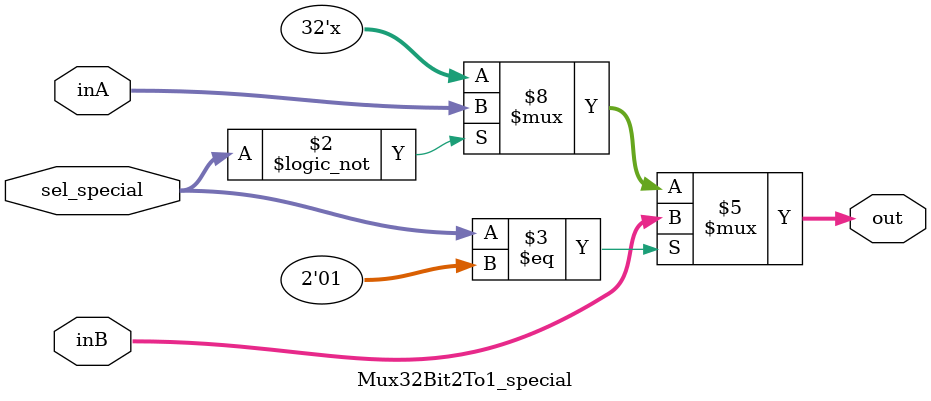
<source format=v>
`timescale 1ns / 1ps


module Mux32Bit2To1_special(out, inA, inB, sel_special);

    output reg [31:0] out;
    
    input [31:0] inA;
    input [31:0] inB;
    input [1:0] sel_special;

    always @ (inA or inB or sel_special) begin
        if (sel_special == 0) out = inA;
        if (sel_special == 1) out = inB;
    end

endmodule

</source>
